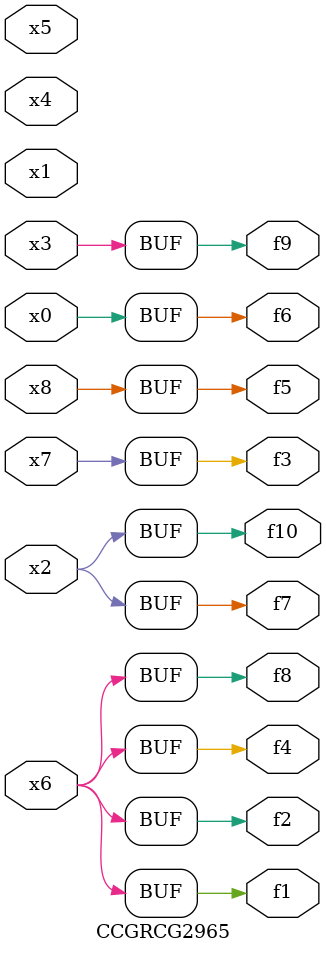
<source format=v>
module CCGRCG2965(
	input x0, x1, x2, x3, x4, x5, x6, x7, x8,
	output f1, f2, f3, f4, f5, f6, f7, f8, f9, f10
);
	assign f1 = x6;
	assign f2 = x6;
	assign f3 = x7;
	assign f4 = x6;
	assign f5 = x8;
	assign f6 = x0;
	assign f7 = x2;
	assign f8 = x6;
	assign f9 = x3;
	assign f10 = x2;
endmodule

</source>
